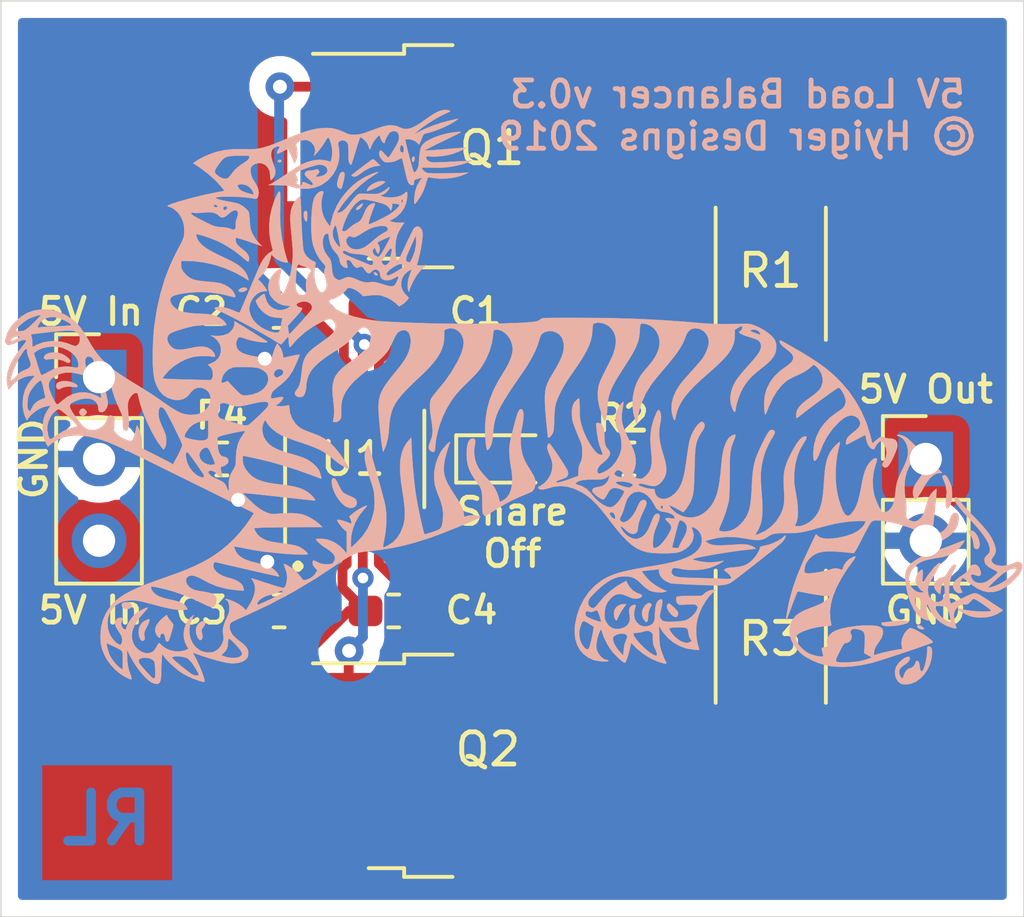
<source format=kicad_pcb>
(kicad_pcb (version 20171130) (host pcbnew "(5.1.2-1)-1")
  (layers (0 F.Cu signal) (31 B.Cu signal) (34 B.Paste user hide) (35 F.Paste user hide) (36 B.SilkS user) (37 F.SilkS user) (38 B.Mask user) (39 F.Mask user hide) (44 Edge.Cuts user))
  (net 0 "")
  (net 1 "Net-(C1-Pad2)")
  (net 2 5V_A)
  (net 3 GND)
  (net 4 "Net-(C2-Pad1)")
  (net 5 "Net-(C3-Pad1)")
  (net 6 5V_B)
  (net 7 "Net-(C4-Pad1)")
  (net 8 "Net-(Q1-Pad1)")
  (net 9 "Net-(Q2-Pad1)")
  (net 10 5V)
  (net 11 "Net-(D1-Pad2)")
  (net 12 "Net-(R4-Pad1)")
  (net 13 "Net-(D1-Pad1)")
  (net 14 "Net-(Q2-Pad2)")
  (net 15 "Net-(Q1-Pad2)")
  (module Logos:asian_tiger (layer F.Cu) (at 126.873 94.615)
    (fp_text reference G*** hide)
    (fp_text value LOGO hide)
  )
  (module Package_TO_SOT_SMD:TO-252-3_TabPin4 (layer F.Cu) (at 125.984 106.045)
    (fp_text reference Q2 (at 0.127 -0.508) (layer F.SilkS))
    (fp_text value IRLR8726PBF)
    (pad 4 smd rect (at 2.1 0) (size 6.4 5.8) (layers F.Cu F.Mask) (net 14 "Net-(Q2-Pad2)"))
    (pad 3 smd rect (at -4.2 2.28) (size 2.2 1.2) (layers F.Cu F.Paste F.Mask) (net 6 5V_B))
    (pad 2 smd rect (at -4.2 0) (size 2.2 1.2) (layers F.Cu F.Paste F.Mask) (net 14 "Net-(Q2-Pad2)"))
    (pad 1 smd rect (at -4.2 -2.28) (size 2.2 1.2) (layers F.Cu F.Paste F.Mask) (net 9 "Net-(Q2-Pad1)"))
  )
  (module Package_TO_SOT_SMD:TO-252-3_TabPin4 (layer F.Cu) (at 125.984 87.122)
    (fp_text reference Q1 (at 0.254 -0.254) (layer F.SilkS))
    (fp_text value IRLR8726PBF)
    (pad 4 smd rect (at 2.1 0) (size 6.4 5.8) (layers F.Cu F.Mask) (net 15 "Net-(Q1-Pad2)"))
    (pad 3 smd rect (at -4.2 2.28) (size 2.2 1.2) (layers F.Cu F.Paste F.Mask) (net 2 5V_A))
    (pad 2 smd rect (at -4.2 0) (size 2.2 1.2) (layers F.Cu F.Paste F.Mask) (net 15 "Net-(Q1-Pad2)"))
    (pad 1 smd rect (at -4.2 -2.28) (size 2.2 1.2) (layers F.Cu F.Paste F.Mask) (net 8 "Net-(Q1-Pad1)"))
  )
  (module Connector_PinHeader_2.54mm:PinHeader_1x02_P2.54mm_Vertical (layer F.Cu) (at 139.7 96.52)
    (fp_text reference J1 hide)
    (fp_text value Conn_01x02)
    (pad 2 thru_hole oval (at 0 2.54) (size 1.7 1.7) (drill 1) (layers *.Cu *.Mask) (net 3 GND))
    (pad 1 thru_hole rect (at 0 0) (size 1.7 1.7) (drill 1) (layers *.Cu *.Mask) (net 10 5V))
  )
  (module Connector_PinHeader_2.54mm:PinHeader_1x03_P2.54mm_Vertical (layer F.Cu) (at 114.046 93.98)
    (fp_text reference J2 hide)
    (fp_text value Conn_01x03)
    (pad 3 thru_hole oval (at 0 5.08) (size 1.7 1.7) (drill 1) (layers *.Cu *.Mask) (net 6 5V_B))
    (pad 2 thru_hole oval (at 0 2.54) (size 1.7 1.7) (drill 1) (layers *.Cu *.Mask) (net 3 GND))
    (pad 1 thru_hole rect (at 0 0) (size 1.7 1.7) (drill 1) (layers *.Cu *.Mask) (net 2 5V_A))
  )
  (module LED_SMD:LED_0603_1608Metric_Pad1.05x0.95mm_HandSolder (layer F.Cu) (at 126.79 96.52)
    (fp_text reference D1 hide)
    (fp_text value LED)
    (pad 2 smd roundrect (at 0.875 0) (size 1.05 0.95) (layers F.Cu F.Paste F.Mask) (net 11 "Net-(D1-Pad2)"))
    (pad 1 smd roundrect (at -0.875 0) (size 1.05 0.95) (layers F.Cu F.Paste F.Mask) (net 13 "Net-(D1-Pad1)"))
  )
  (module Package_SO:MSOP-16_3x4.039mm_P0.5mm (layer F.Cu) (at 121.98 96.52 90)
    (fp_text reference U1 (at 0 -0.06 180) (layer F.SilkS))
    (fp_text value LTC4370)
    (pad 16 smd roundrect (at 2.15 -1.75 90) (size 1.45 0.3) (layers F.Cu F.Paste F.Mask) (net 3 GND))
    (pad 15 smd roundrect (at 2.15 -1.25 90) (size 1.45 0.3) (layers F.Cu F.Paste F.Mask) (net 3 GND))
    (pad 14 smd roundrect (at 2.15 -0.75 90) (size 1.45 0.3) (layers F.Cu F.Paste F.Mask) (net 4 "Net-(C2-Pad1)"))
    (pad 13 smd roundrect (at 2.15 -0.25 90) (size 1.45 0.3) (layers F.Cu F.Paste F.Mask) (net 2 5V_A))
    (pad 12 smd roundrect (at 2.15 0.25 90) (size 1.45 0.3) (layers F.Cu F.Paste F.Mask) (net 8 "Net-(Q1-Pad1)"))
    (pad 11 smd roundrect (at 2.15 0.75 90) (size 1.45 0.3) (layers F.Cu F.Paste F.Mask) (net 1 "Net-(C1-Pad2)"))
    (pad 10 smd roundrect (at 2.15 1.25 90) (size 1.45 0.3) (layers F.Cu F.Paste F.Mask) (net 15 "Net-(Q1-Pad2)"))
    (pad 9 smd roundrect (at 2.15 1.75 90) (size 1.45 0.3) (layers F.Cu F.Paste F.Mask) (net 13 "Net-(D1-Pad1)"))
    (pad 8 smd roundrect (at -2.15 1.75 90) (size 1.45 0.3) (layers F.Cu F.Paste F.Mask) (net 13 "Net-(D1-Pad1)"))
    (pad 7 smd roundrect (at -2.15 1.25 90) (size 1.45 0.3) (layers F.Cu F.Paste F.Mask) (net 14 "Net-(Q2-Pad2)"))
    (pad 6 smd roundrect (at -2.15 0.75 90) (size 1.45 0.3) (layers F.Cu F.Paste F.Mask) (net 7 "Net-(C4-Pad1)"))
    (pad 5 smd roundrect (at -2.15 0.25 90) (size 1.45 0.3) (layers F.Cu F.Paste F.Mask) (net 9 "Net-(Q2-Pad1)"))
    (pad 4 smd roundrect (at -2.15 -0.25 90) (size 1.45 0.3) (layers F.Cu F.Paste F.Mask) (net 6 5V_B))
    (pad 3 smd roundrect (at -2.15 -0.75 90) (size 1.45 0.3) (layers F.Cu F.Paste F.Mask) (net 5 "Net-(C3-Pad1)"))
    (pad 2 smd roundrect (at -2.15 -1.25 90) (size 1.45 0.3) (layers F.Cu F.Paste F.Mask) (net 12 "Net-(R4-Pad1)"))
    (pad 1 smd roundrect (at -2.15 -1.75 90) (size 1.45 0.3) (layers F.Cu F.Paste F.Mask) (net 3 GND))
  )
  (module Resistor_SMD:R_0603_1608Metric_Pad1.05x0.95mm_HandSolder (layer F.Cu) (at 117.856 96.52 180)
    (fp_text reference R4 (at 0 1.35) (layer F.SilkS) (effects (font (size 0.8128 0.8128) (thickness 0.1524))))
    (fp_text value 30.1k)
    (pad 2 smd roundrect (at 0.875 0 180) (size 1.05 0.95) (layers F.Cu F.Paste F.Mask) (net 3 GND))
    (pad 1 smd roundrect (at -0.875 0 180) (size 1.05 0.95) (layers F.Cu F.Paste F.Mask) (net 12 "Net-(R4-Pad1)"))
  )
  (module Resistor_SMD:R_2512_6332Metric_Pad1.52x3.35mm_HandSolder (layer F.Cu) (at 134.89 102.04 270)
    (fp_text reference R3 (at 0.068 0.016 180) (layer F.SilkS))
    (fp_text value 2.5m)
    (pad 2 smd roundrect (at 2.9875 0 270) (size 1.525 3.35) (layers F.Cu F.Paste F.Mask) (roundrect_rratio 0.163934) (net 14 "Net-(Q2-Pad2)"))
    (pad 1 smd roundrect (at -2.9875 0 270) (size 1.525 3.35) (layers F.Cu F.Paste F.Mask) (roundrect_rratio 0.163934) (net 10 5V))
  )
  (module Resistor_SMD:R_0603_1608Metric_Pad1.05x0.95mm_HandSolder (layer F.Cu) (at 130.49 96.52 180)
    (fp_text reference R2 (at 0.188 1.263) (layer F.SilkS) (effects (font (size 0.8128 0.8128) (thickness 0.1524))))
    (fp_text value 820R)
    (pad 2 smd roundrect (at 0.875 0 180) (size 1.05 0.95) (layers F.Cu F.Paste F.Mask) (net 11 "Net-(D1-Pad2)"))
    (pad 1 smd roundrect (at -0.875 0 180) (size 1.05 0.95) (layers F.Cu F.Paste F.Mask) (net 10 5V))
  )
  (module Resistor_SMD:R_2512_6332Metric_Pad1.52x3.35mm_HandSolder (layer F.Cu) (at 134.89 90.77 270)
    (fp_text reference R1 (at -0.092 0.016) (layer F.SilkS))
    (fp_text value 2.5m)
    (pad 2 smd roundrect (at 2.9875 0 270) (size 1.525 3.35) (layers F.Cu F.Paste F.Mask) (roundrect_rratio 0.163934) (net 10 5V))
    (pad 1 smd roundrect (at -2.9875 0 270) (size 1.525 3.35) (layers F.Cu F.Paste F.Mask) (roundrect_rratio 0.163934) (net 15 "Net-(Q1-Pad2)"))
  )
  (module Capacitor_SMD:C_0603_1608Metric_Pad1.05x0.95mm_HandSolder (layer F.Cu) (at 123.19 101.24 180)
    (fp_text reference C4 (at -2.413 0.021) (layer F.SilkS) (effects (font (size 0.8128 0.8128) (thickness 0.1524))))
    (fp_text value 39nF)
    (pad 2 smd roundrect (at 0.875 0 180) (size 1.05 0.95) (layers F.Cu F.Paste F.Mask) (net 6 5V_B))
    (pad 1 smd roundrect (at -0.875 0 180) (size 1.05 0.95) (layers F.Cu F.Paste F.Mask) (net 7 "Net-(C4-Pad1)"))
  )
  (module Capacitor_SMD:C_0603_1608Metric_Pad1.05x0.95mm_HandSolder (layer F.Cu) (at 119.634 101.24 180)
    (fp_text reference C3 (at 2.413 0.021) (layer F.SilkS) (effects (font (size 0.8128 0.8128) (thickness 0.1524))))
    (fp_text value 100nF)
    (pad 2 smd roundrect (at 0.875 0 180) (size 1.05 0.95) (layers F.Cu F.Paste F.Mask) (net 3 GND))
    (pad 1 smd roundrect (at -0.875 0 180) (size 1.05 0.95) (layers F.Cu F.Paste F.Mask) (net 5 "Net-(C3-Pad1)"))
  )
  (module Capacitor_SMD:C_0603_1608Metric_Pad1.05x0.95mm_HandSolder (layer F.Cu) (at 119.634 91.94 180)
    (fp_text reference C2 (at 2.413 -0.008) (layer F.SilkS) (effects (font (size 0.8128 0.8128) (thickness 0.1524))))
    (fp_text value 100nF)
    (pad 2 smd roundrect (at 0.875 0 180) (size 1.05 0.95) (layers F.Cu F.Paste F.Mask) (net 3 GND))
    (pad 1 smd roundrect (at -0.875 0 180) (size 1.05 0.95) (layers F.Cu F.Paste F.Mask) (net 4 "Net-(C2-Pad1)"))
  )
  (module Capacitor_SMD:C_0603_1608Metric_Pad1.05x0.95mm_HandSolder (layer F.Cu) (at 123.19 91.94)
    (fp_text reference C1 (at 2.54 0.008) (layer F.SilkS) (effects (font (size 0.8128 0.8128) (thickness 0.1524))))
    (fp_text value 39nF)
    (pad 2 smd roundrect (at 0.875 0) (size 1.05 0.95) (layers F.Cu F.Paste F.Mask) (net 1 "Net-(C1-Pad2)"))
    (pad 1 smd roundrect (at -0.875 0) (size 1.05 0.95) (layers F.Cu F.Paste F.Mask) (net 2 5V_A))
  )
  (gr_text . (at 120.2182 99.441) (layer F.SilkS) (effects (font (size 1.016 1.016) (thickness 0.254))))
  (gr_line (start 110.998 110.744) (end 110.998 82.296) (layer Edge.Cuts) (width 0.05))
  (gr_line (start 142.748 110.744) (end 110.998 110.744) (layer Edge.Cuts) (width 0.05))
  (gr_line (start 142.748 82.296) (end 142.748 110.744) (layer Edge.Cuts) (width 0.05))
  (gr_line (start 110.998 82.296) (end 142.748 82.296) (layer Edge.Cuts) (width 0.05))
  (gr_text RL (at 114.3 107.696) (layer B.Cu) (effects (font (size 1.5 1.5) (thickness 0.3)) (justify mirror)))
  (gr_text "5V Load Balancer v0.3\n© Hyiger Designs 2019" (at 133.858 85.852) (layer B.SilkS) (effects (font (size 0.8128 0.8128) (thickness 0.1524)) (justify mirror)))
  (gr_text GND (at 112.014 96.52 90) (layer F.SilkS) (effects (font (size 0.8128 0.8128) (thickness 0.1524))))
  (gr_text GND (at 139.7 101.219) (layer F.SilkS) (effects (font (size 0.8128 0.8128) (thickness 0.1524))))
  (gr_text "5V Out" (at 139.7 94.361) (layer F.SilkS) (effects (font (size 0.8128 0.8128) (thickness 0.1524))))
  (gr_text "5V In" (at 113.792 101.219) (layer F.SilkS) (effects (font (size 0.8128 0.8128) (thickness 0.1524))))
  (gr_text "5V In" (at 113.792 91.948) (layer F.SilkS) (effects (font (size 0.8128 0.8128) (thickness 0.1524))))
  (gr_text "Share\nOff" (at 126.873 98.806) (layer F.SilkS) (effects (font (size 0.8128 0.8128) (thickness 0.1524))))
  (segment (start 124.065 92.089) (end 124.065 91.94) (width 0.1524) (layer F.Cu) (net 1))
  (segment (start 123.565928 92.439072) (end 124.065 91.94) (width 0.3048) (layer F.Cu) (net 1))
  (segment (start 123.565928 92.625346) (end 123.565928 92.439072) (width 0.3048) (layer F.Cu) (net 1))
  (segment (start 122.73 93.461274) (end 123.565928 92.625346) (width 0.3048) (layer F.Cu) (net 1))
  (segment (start 122.73 94.37) (end 122.73 93.461274) (width 0.3048) (layer F.Cu) (net 1))
  (segment (start 122.315 91.94) (end 122.315 90.029) (width 0.3048) (layer F.Cu) (net 2))
  (segment (start 122.428 89.916) (end 122.315 90.029) (width 0.3048) (layer F.Cu) (net 2))
  (segment (start 121.815928 92.439072) (end 122.315 91.94) (width 0.3048) (layer F.Cu) (net 2))
  (segment (start 121.642021 92.612979) (end 121.815928 92.439072) (width 0.3048) (layer F.Cu) (net 2))
  (segment (start 121.642021 93.42257) (end 121.642021 92.612979) (width 0.3048) (layer F.Cu) (net 2))
  (segment (start 121.73 93.510549) (end 121.642021 93.42257) (width 0.3048) (layer F.Cu) (net 2))
  (segment (start 121.73 94.45) (end 121.73 93.510549) (width 0.3048) (layer F.Cu) (net 2))
  (segment (start 117.035 96.52) (end 117.115 96.6) (width 0.3048) (layer F.Cu) (net 3))
  (segment (start 113.39 96.52) (end 115.57 96.52) (width 0.3048) (layer F.Cu) (net 3))
  (segment (start 115.57 96.52) (end 117.035 96.52) (width 0.3048) (layer F.Cu) (net 3))
  (via (at 118.364 97.79) (size 0.889) (drill 0.4318) (layers F.Cu B.Cu) (net 3))
  (segment (start 118.759 92.979) (end 118.759 91.94) (width 0.3048) (layer F.Cu) (net 3))
  (segment (start 120.23 94.45) (end 119.189 93.409) (width 0.3048) (layer F.Cu) (net 3))
  (segment (start 119.189 93.409) (end 118.759 92.979) (width 0.3048) (layer F.Cu) (net 3))
  (via (at 119.189 93.409) (size 0.889) (drill 0.4318) (layers F.Cu B.Cu) (net 3))
  (segment (start 117.614072 97.099072) (end 117.115 96.6) (width 0.3048) (layer F.Cu) (net 3))
  (segment (start 119.04429 98.52929) (end 117.614072 97.099072) (width 0.3048) (layer F.Cu) (net 3))
  (segment (start 120.00929 98.52929) (end 119.04429 98.52929) (width 0.3048) (layer F.Cu) (net 3))
  (segment (start 120.23 98.75) (end 120.00929 98.52929) (width 0.3048) (layer F.Cu) (net 3))
  (segment (start 118.759 100.221) (end 119.269 99.711) (width 0.3048) (layer F.Cu) (net 3))
  (segment (start 118.759 101.24) (end 118.759 100.221) (width 0.3048) (layer F.Cu) (net 3))
  (segment (start 119.269 99.711) (end 120.23 98.75) (width 0.3048) (layer F.Cu) (net 3))
  (via (at 119.269 99.711) (size 0.889) (drill 0.4318) (layers F.Cu B.Cu) (net 3))
  (segment (start 120.7276 94.3724) (end 120.7276 94.37) (width 0.3048) (layer F.Cu) (net 3))
  (segment (start 120.50929 94.59071) (end 120.7276 94.3724) (width 0.3048) (layer F.Cu) (net 3))
  (segment (start 120.45071 94.59071) (end 120.50929 94.59071) (width 0.3048) (layer F.Cu) (net 3))
  (segment (start 120.23 94.37) (end 120.45071 94.59071) (width 0.3048) (layer F.Cu) (net 3))
  (segment (start 121.008072 92.439072) (end 120.509 91.94) (width 0.3048) (layer F.Cu) (net 4))
  (segment (start 121.18481 92.61581) (end 121.008072 92.439072) (width 0.3048) (layer F.Cu) (net 4))
  (segment (start 121.18481 93.611951) (end 121.18481 92.61581) (width 0.3048) (layer F.Cu) (net 4))
  (segment (start 121.23 93.657141) (end 121.18481 93.611951) (width 0.3048) (layer F.Cu) (net 4))
  (segment (start 121.23 94.37) (end 121.23 93.657141) (width 0.3048) (layer F.Cu) (net 4))
  (segment (start 120.509 100.665) (end 120.509 101.24) (width 0.3048) (layer F.Cu) (net 5))
  (segment (start 121.23 98.75) (end 121.23 99.636689) (width 0.3048) (layer F.Cu) (net 5))
  (segment (start 121.23 99.636689) (end 120.509 100.357689) (width 0.3048) (layer F.Cu) (net 5))
  (segment (start 120.509 100.357689) (end 120.509 100.665) (width 0.3048) (layer F.Cu) (net 5))
  (segment (start 121.60108 100.52608) (end 121.815928 100.740928) (width 0.3048) (layer F.Cu) (net 6))
  (segment (start 121.60108 99.912202) (end 121.60108 100.52608) (width 0.3048) (layer F.Cu) (net 6))
  (segment (start 121.73 98.75) (end 121.73 99.783282) (width 0.3048) (layer F.Cu) (net 6))
  (segment (start 121.73 99.783282) (end 121.60108 99.912202) (width 0.3048) (layer F.Cu) (net 6))
  (segment (start 121.815928 100.740928) (end 122.315 101.24) (width 0.3048) (layer F.Cu) (net 6))
  (segment (start 121.800944 101.24) (end 119.281944 103.759) (width 0.3048) (layer F.Cu) (net 6))
  (segment (start 122.315 101.24) (end 121.800944 101.24) (width 0.3048) (layer F.Cu) (net 6))
  (segment (start 123.565928 100.740928) (end 124.065 101.24) (width 0.3048) (layer F.Cu) (net 7))
  (segment (start 123.565928 100.607048) (end 123.565928 100.740928) (width 0.3048) (layer F.Cu) (net 7))
  (segment (start 122.73 99.77112) (end 123.565928 100.607048) (width 0.3048) (layer F.Cu) (net 7))
  (segment (start 122.73 98.67) (end 122.73 99.77112) (width 0.3048) (layer F.Cu) (net 7))
  (segment (start 121.793 84.851) (end 121.784 84.842) (width 0.3048) (layer F.Cu) (net 8))
  (segment (start 121.663 84.963) (end 121.784 84.842) (width 0.3048) (layer F.Cu) (net 8))
  (segment (start 119.634 84.963) (end 119.6594 84.963) (width 0.3048) (layer F.Cu) (net 8))
  (segment (start 119.634 84.963) (end 119.634 90.320969) (width 0.3048) (layer B.Cu) (net 8))
  (via (at 122.277031 92.964) (size 0.6604) (drill 0.3302) (layers F.Cu B.Cu) (net 8))
  (segment (start 121.946832 92.633801) (end 122.277031 92.964) (width 0.3048) (layer B.Cu) (net 8))
  (segment (start 122.23 94.37) (end 122.23 93.011031) (width 0.3048) (layer F.Cu) (net 8))
  (segment (start 119.634 90.320969) (end 121.946832 92.633801) (width 0.3048) (layer B.Cu) (net 8))
  (segment (start 122.23 93.011031) (end 122.277031 92.964) (width 0.3048) (layer F.Cu) (net 8))
  (segment (start 119.6594 84.963) (end 121.663 84.963) (width 0.3048) (layer F.Cu) (net 8))
  (via (at 119.6594 84.963) (size 0.889) (drill 0.4318) (layers F.Cu B.Cu) (net 8))
  (segment (start 121.666 104.03) (end 121.606 104.09) (width 0.1524) (layer F.Cu) (net 9))
  (segment (start 121.556 104.14) (end 121.606 104.09) (width 0.1524) (layer F.Cu) (net 9))
  (segment (start 122.23 100.132) (end 122.428 100.33) (width 0.1524) (layer F.Cu) (net 9))
  (via (at 122.236082 100.217004) (size 0.6604) (drill 0.3302) (layers F.Cu B.Cu) (net 9))
  (segment (start 122.236082 102.045918) (end 121.8057 102.4763) (width 0.3048) (layer B.Cu) (net 9))
  (segment (start 122.236082 100.217004) (end 122.236082 102.045918) (width 0.3048) (layer B.Cu) (net 9))
  (segment (start 121.793 103.756) (end 121.784 103.765) (width 0.3048) (layer F.Cu) (net 9))
  (segment (start 121.793 102.489) (end 121.793 103.756) (width 0.3048) (layer F.Cu) (net 9))
  (segment (start 122.23 100.210922) (end 122.236082 100.217004) (width 0.3048) (layer F.Cu) (net 9))
  (segment (start 122.23 98.67) (end 122.23 100.210922) (width 0.3048) (layer F.Cu) (net 9))
  (segment (start 121.8057 102.4763) (end 121.793 102.489) (width 0.3048) (layer B.Cu) (net 9))
  (via (at 121.8057 102.4763) (size 0.889) (drill 0.4318) (layers F.Cu B.Cu) (net 9))
  (segment (start 127.665 96.52) (end 129.615 96.52) (width 0.3048) (layer F.Cu) (net 11))
  (segment (start 119.714 96.6) (end 118.865 96.6) (width 0.3048) (layer F.Cu) (net 12))
  (segment (start 120.73 97.616) (end 119.714 96.6) (width 0.3048) (layer F.Cu) (net 12))
  (segment (start 120.73 98.75) (end 120.73 97.616) (width 0.3048) (layer F.Cu) (net 12))
  (segment (start 125.84 96.64) (end 125.915 96.64) (width 0.3048) (layer F.Cu) (net 13))
  (segment (start 123.73 98.75) (end 125.84 96.64) (width 0.3048) (layer F.Cu) (net 13))
  (segment (start 125.915 96.635) (end 125.915 96.64) (width 0.3048) (layer F.Cu) (net 13))
  (segment (start 123.73 94.45) (end 125.915 96.635) (width 0.3048) (layer F.Cu) (net 13))
  (segment (start 128.084 102.938) (end 128.084 106.172) (width 0.3048) (layer F.Cu) (net 14))
  (segment (start 123.731 100.076) (end 125.222 100.076) (width 0.3048) (layer F.Cu) (net 14))
  (segment (start 123.23 99.575) (end 123.731 100.076) (width 0.3048) (layer F.Cu) (net 14))
  (segment (start 125.222 100.076) (end 128.084 102.938) (width 0.3048) (layer F.Cu) (net 14))
  (segment (start 123.23 98.75) (end 123.23 99.575) (width 0.3048) (layer F.Cu) (net 14))
  (segment (start 121.562 87.376) (end 121.606 87.42) (width 0.1524) (layer F.Cu) (net 15))
  (segment (start 128.084 90.3268) (end 128.084 87.122) (width 0.3048) (layer F.Cu) (net 15))
  (segment (start 125.4468 92.964) (end 128.084 90.3268) (width 0.3048) (layer F.Cu) (net 15))
  (segment (start 123.873866 92.964) (end 125.4468 92.964) (width 0.3048) (layer F.Cu) (net 15))
  (segment (start 123.23 93.607866) (end 123.873866 92.964) (width 0.3048) (layer F.Cu) (net 15))
  (segment (start 123.23 94.37) (end 123.23 93.607866) (width 0.3048) (layer F.Cu) (net 15))
  (zone (net 10) (net_name 5V) (layer F.Cu) (connect_pads yes (clearance 0.508)) (min_thickness 0.254) (fill yes (arc_segments 32) (thermal_gap 0.508) (thermal_bridge_width 0.508))
    (polygon (pts (xy 130.540125 90.92565) (xy 141.747875 90.93835) (xy 141.732 101.86035) (xy 130.5687 101.84765)))
  )
  (zone (net 15) (net_name "Net-(Q1-Pad2)") (layer F.Cu) (connect_pads yes (clearance 0.508)) (min_thickness 0.254) (fill yes (arc_segments 32) (thermal_gap 0.508) (thermal_bridge_width 0.508))
    (polygon (pts (xy 120.396 86.106) (xy 124.079 86.106) (xy 124.079 83.312) (xy 137.541 83.312) (xy 137.541 90.424) (xy 124.079 90.424) (xy 124.079 88.011) (xy 120.396 88.011)))
  )
  (zone (net 2) (net_name 5V_A) (layer F.Cu) (connect_pads yes (clearance 0.508)) (min_thickness 0.254) (fill yes (arc_segments 32) (thermal_gap 0.508) (thermal_bridge_width 0.508))
    (polygon (pts (xy 112.014 95.25) (xy 112.014 83.312) (xy 119.888 83.312) (xy 119.888 88.519) (xy 123.444 88.519) (xy 123.444 90.551) (xy 117.63375 90.6145) (xy 117.57025 95.3135)))
  )
  (zone (net 14) (net_name "Net-(Q2-Pad2)") (layer F.Cu) (connect_pads yes (clearance 0.508)) (min_thickness 0.254) (fill yes (arc_segments 32) (thermal_gap 0.508) (thermal_bridge_width 0.508))
    (polygon (pts (xy 120.269 104.902) (xy 123.952 104.902) (xy 123.952 102.33025) (xy 137.668 102.39375) (xy 137.668 109.728) (xy 123.952 109.7026) (xy 123.952 106.934) (xy 120.269 106.934)))
  )
  (zone (net 6) (net_name 5V_B) (layer F.Cu) (connect_pads yes (clearance 0.508)) (min_thickness 0.254) (fill yes (arc_segments 32) (thermal_gap 0.508) (thermal_bridge_width 0.508))
    (polygon (pts (xy 112.014 97.79) (xy 117.475 97.79) (xy 117.475 102.489) (xy 119.761 102.489) (xy 119.761 107.442) (xy 123.317 107.442) (xy 123.317 109.728) (xy 112.014 109.728)))
  )
  (zone (net 3) (net_name GND) (layer B.Cu) (connect_pads (clearance 0.508)) (min_thickness 0.254) (fill yes (arc_segments 32) (thermal_gap 0.508) (thermal_bridge_width 0.508))
    (polygon (pts (xy 110.998 82.296) (xy 142.748 82.296) (xy 142.748 110.744) (xy 110.998 110.744)))
  )
)
</source>
